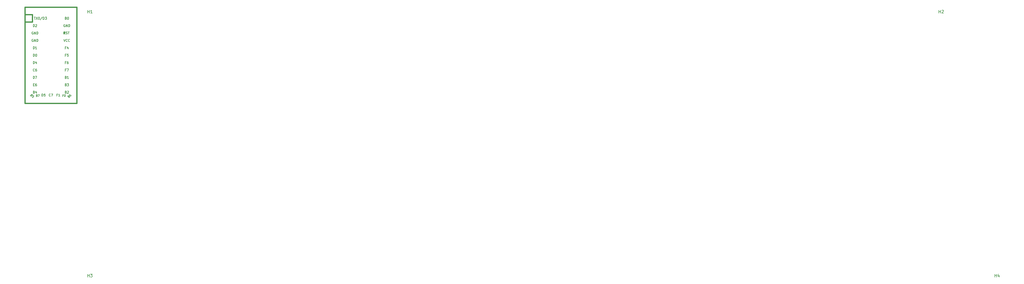
<source format=gto>
G04 #@! TF.GenerationSoftware,KiCad,Pcbnew,(5.1.9)-1*
G04 #@! TF.CreationDate,2021-03-26T16:48:03+01:00*
G04 #@! TF.ProjectId,rabbitholev1,72616262-6974-4686-9f6c-6576312e6b69,rev?*
G04 #@! TF.SameCoordinates,Original*
G04 #@! TF.FileFunction,Legend,Top*
G04 #@! TF.FilePolarity,Positive*
%FSLAX46Y46*%
G04 Gerber Fmt 4.6, Leading zero omitted, Abs format (unit mm)*
G04 Created by KiCad (PCBNEW (5.1.9)-1) date 2021-03-26 16:48:03*
%MOMM*%
%LPD*%
G01*
G04 APERTURE LIST*
%ADD10C,0.381000*%
%ADD11C,0.150000*%
G04 APERTURE END LIST*
D10*
G04 #@! TO.C,U1*
X-26085800Y-127624840D02*
X-26085800Y-158104840D01*
X-26085800Y-158104840D02*
X-8305800Y-158104840D01*
X-8305800Y-158104840D02*
X-8305800Y-127624840D01*
X-23545800Y-127624840D02*
X-23545800Y-130164840D01*
X-23545800Y-130164840D02*
X-26085800Y-130164840D01*
D11*
G36*
X-12264232Y-133504200D02*
G01*
X-12264232Y-133804200D01*
X-12364232Y-133804200D01*
X-12364232Y-133504200D01*
X-12264232Y-133504200D01*
G37*
X-12264232Y-133504200D02*
X-12264232Y-133804200D01*
X-12364232Y-133804200D01*
X-12364232Y-133504200D01*
X-12264232Y-133504200D01*
G36*
X-12464232Y-133904200D02*
G01*
X-12464232Y-134004200D01*
X-12564232Y-134004200D01*
X-12564232Y-133904200D01*
X-12464232Y-133904200D01*
G37*
X-12464232Y-133904200D02*
X-12464232Y-134004200D01*
X-12564232Y-134004200D01*
X-12564232Y-133904200D01*
X-12464232Y-133904200D01*
G36*
X-12264232Y-133504200D02*
G01*
X-12264232Y-133604200D01*
X-12764232Y-133604200D01*
X-12764232Y-133504200D01*
X-12264232Y-133504200D01*
G37*
X-12264232Y-133504200D02*
X-12264232Y-133604200D01*
X-12764232Y-133604200D01*
X-12764232Y-133504200D01*
X-12264232Y-133504200D01*
G36*
X-12664232Y-133504200D02*
G01*
X-12664232Y-134304200D01*
X-12764232Y-134304200D01*
X-12764232Y-133504200D01*
X-12664232Y-133504200D01*
G37*
X-12664232Y-133504200D02*
X-12664232Y-134304200D01*
X-12764232Y-134304200D01*
X-12764232Y-133504200D01*
X-12664232Y-133504200D01*
G36*
X-12264232Y-134104200D02*
G01*
X-12264232Y-134304200D01*
X-12364232Y-134304200D01*
X-12364232Y-134104200D01*
X-12264232Y-134104200D01*
G37*
X-12264232Y-134104200D02*
X-12264232Y-134304200D01*
X-12364232Y-134304200D01*
X-12364232Y-134104200D01*
X-12264232Y-134104200D01*
D10*
X-8305800Y-127624840D02*
X-8305800Y-125084840D01*
X-8305800Y-125084840D02*
X-26085800Y-125084840D01*
X-26085800Y-125084840D02*
X-26085800Y-127624840D01*
X-23545800Y-127624840D02*
X-26085800Y-127624840D01*
G04 #@! TO.C,H4*
D11*
X306552695Y-217744980D02*
X306552695Y-216744980D01*
X306552695Y-217221171D02*
X307124123Y-217221171D01*
X307124123Y-217744980D02*
X307124123Y-216744980D01*
X308028885Y-217078314D02*
X308028885Y-217744980D01*
X307790790Y-216697361D02*
X307552695Y-217411647D01*
X308171742Y-217411647D01*
G04 #@! TO.C,H3*
X-4571904Y-217744980D02*
X-4571904Y-216744980D01*
X-4571904Y-217221171D02*
X-4000476Y-217221171D01*
X-4000476Y-217744980D02*
X-4000476Y-216744980D01*
X-3619523Y-216744980D02*
X-3000476Y-216744980D01*
X-3333809Y-217125933D01*
X-3190952Y-217125933D01*
X-3095714Y-217173552D01*
X-3048095Y-217221171D01*
X-3000476Y-217316409D01*
X-3000476Y-217554504D01*
X-3048095Y-217649742D01*
X-3095714Y-217697361D01*
X-3190952Y-217744980D01*
X-3476666Y-217744980D01*
X-3571904Y-217697361D01*
X-3619523Y-217649742D01*
G04 #@! TO.C,H2*
X287375695Y-127092380D02*
X287375695Y-126092380D01*
X287375695Y-126568571D02*
X287947123Y-126568571D01*
X287947123Y-127092380D02*
X287947123Y-126092380D01*
X288375695Y-126187619D02*
X288423314Y-126140000D01*
X288518552Y-126092380D01*
X288756647Y-126092380D01*
X288851885Y-126140000D01*
X288899504Y-126187619D01*
X288947123Y-126282857D01*
X288947123Y-126378095D01*
X288899504Y-126520952D01*
X288328076Y-127092380D01*
X288947123Y-127092380D01*
G04 #@! TO.C,H1*
X-4571904Y-127092380D02*
X-4571904Y-126092380D01*
X-4571904Y-126568571D02*
X-4000476Y-126568571D01*
X-4000476Y-127092380D02*
X-4000476Y-126092380D01*
X-3000476Y-127092380D02*
X-3571904Y-127092380D01*
X-3286190Y-127092380D02*
X-3286190Y-126092380D01*
X-3381428Y-126235238D01*
X-3476666Y-126330476D01*
X-3571904Y-126378095D01*
G04 #@! TO.C,U1*
X-20326276Y-155626744D02*
X-20326276Y-154826744D01*
X-20135800Y-154826744D01*
X-20021514Y-154864840D01*
X-19945323Y-154941030D01*
X-19907228Y-155017220D01*
X-19869133Y-155169601D01*
X-19869133Y-155283887D01*
X-19907228Y-155436268D01*
X-19945323Y-155512459D01*
X-20021514Y-155588649D01*
X-20135800Y-155626744D01*
X-20326276Y-155626744D01*
X-19145323Y-154826744D02*
X-19526276Y-154826744D01*
X-19564371Y-155207697D01*
X-19526276Y-155169601D01*
X-19450085Y-155131506D01*
X-19259609Y-155131506D01*
X-19183419Y-155169601D01*
X-19145323Y-155207697D01*
X-19107228Y-155283887D01*
X-19107228Y-155474363D01*
X-19145323Y-155550554D01*
X-19183419Y-155588649D01*
X-19259609Y-155626744D01*
X-19450085Y-155626744D01*
X-19526276Y-155588649D01*
X-19564371Y-155550554D01*
X-14922466Y-155207697D02*
X-15189133Y-155207697D01*
X-15189133Y-155626744D02*
X-15189133Y-154826744D01*
X-14808180Y-154826744D01*
X-14084371Y-155626744D02*
X-14541514Y-155626744D01*
X-14312942Y-155626744D02*
X-14312942Y-154826744D01*
X-14389133Y-154941030D01*
X-14465323Y-155017220D01*
X-14541514Y-155055316D01*
X-17329133Y-155550554D02*
X-17367228Y-155588649D01*
X-17481514Y-155626744D01*
X-17557704Y-155626744D01*
X-17671990Y-155588649D01*
X-17748180Y-155512459D01*
X-17786276Y-155436268D01*
X-17824371Y-155283887D01*
X-17824371Y-155169601D01*
X-17786276Y-155017220D01*
X-17748180Y-154941030D01*
X-17671990Y-154864840D01*
X-17557704Y-154826744D01*
X-17481514Y-154826744D01*
X-17367228Y-154864840D01*
X-17329133Y-154902935D01*
X-17062466Y-154826744D02*
X-16529133Y-154826744D01*
X-16871990Y-155626744D01*
X-11031502Y-155729831D02*
X-10937221Y-155682691D01*
X-10890080Y-155682691D01*
X-10819370Y-155706261D01*
X-10748659Y-155776972D01*
X-10725089Y-155847682D01*
X-10725089Y-155894823D01*
X-10748659Y-155965533D01*
X-10937221Y-156154095D01*
X-11432196Y-155659120D01*
X-11267204Y-155494129D01*
X-11196493Y-155470559D01*
X-11149353Y-155470559D01*
X-11078642Y-155494129D01*
X-11031502Y-155541269D01*
X-11007932Y-155611980D01*
X-11007932Y-155659120D01*
X-11031502Y-155729831D01*
X-11196493Y-155894823D01*
X-10725089Y-154952014D02*
X-10819370Y-155046295D01*
X-10842940Y-155117005D01*
X-10842940Y-155164146D01*
X-10819370Y-155281997D01*
X-10748659Y-155399848D01*
X-10560097Y-155588410D01*
X-10489387Y-155611980D01*
X-10442246Y-155611980D01*
X-10371535Y-155588410D01*
X-10277255Y-155494129D01*
X-10253684Y-155423418D01*
X-10253684Y-155376278D01*
X-10277255Y-155305567D01*
X-10395106Y-155187716D01*
X-10465816Y-155164146D01*
X-10512957Y-155164146D01*
X-10583667Y-155187716D01*
X-10677948Y-155281997D01*
X-10701519Y-155352707D01*
X-10701519Y-155399848D01*
X-10677948Y-155470559D01*
X-12929133Y-155414840D02*
X-13162466Y-155414840D01*
X-13162466Y-155781506D02*
X-13162466Y-155081506D01*
X-12829133Y-155081506D01*
X-12429133Y-155081506D02*
X-12362466Y-155081506D01*
X-12295800Y-155114840D01*
X-12262466Y-155148173D01*
X-12229133Y-155214840D01*
X-12195800Y-155348173D01*
X-12195800Y-155514840D01*
X-12229133Y-155648173D01*
X-12262466Y-155714840D01*
X-12295800Y-155748173D01*
X-12362466Y-155781506D01*
X-12429133Y-155781506D01*
X-12495800Y-155748173D01*
X-12529133Y-155714840D01*
X-12562466Y-155648173D01*
X-12595800Y-155514840D01*
X-12595800Y-155348173D01*
X-12562466Y-155214840D01*
X-12529133Y-155148173D01*
X-12495800Y-155114840D01*
X-12429133Y-155081506D01*
X-21979133Y-155414840D02*
X-21879133Y-155448173D01*
X-21845800Y-155481506D01*
X-21812466Y-155548173D01*
X-21812466Y-155648173D01*
X-21845800Y-155714840D01*
X-21879133Y-155748173D01*
X-21945800Y-155781506D01*
X-22212466Y-155781506D01*
X-22212466Y-155081506D01*
X-21979133Y-155081506D01*
X-21912466Y-155114840D01*
X-21879133Y-155148173D01*
X-21845800Y-155214840D01*
X-21845800Y-155281506D01*
X-21879133Y-155348173D01*
X-21912466Y-155381506D01*
X-21979133Y-155414840D01*
X-22212466Y-155414840D01*
X-21579133Y-155081506D02*
X-21112466Y-155081506D01*
X-21412466Y-155781506D01*
X-22958148Y-128456744D02*
X-22501005Y-128456744D01*
X-22729576Y-129256744D02*
X-22729576Y-128456744D01*
X-22310529Y-128456744D02*
X-21777195Y-129256744D01*
X-21777195Y-128456744D02*
X-22310529Y-129256744D01*
X-21320052Y-128456744D02*
X-21243862Y-128456744D01*
X-21167672Y-128494840D01*
X-21129576Y-128532935D01*
X-21091481Y-128609125D01*
X-21053386Y-128761506D01*
X-21053386Y-128951982D01*
X-21091481Y-129104363D01*
X-21129576Y-129180554D01*
X-21167672Y-129218649D01*
X-21243862Y-129256744D01*
X-21320052Y-129256744D01*
X-21396243Y-129218649D01*
X-21434338Y-129180554D01*
X-21472433Y-129104363D01*
X-21510529Y-128951982D01*
X-21510529Y-128761506D01*
X-21472433Y-128609125D01*
X-21434338Y-128532935D01*
X-21396243Y-128494840D01*
X-21320052Y-128456744D01*
X-20139100Y-128418649D02*
X-20824814Y-129447220D01*
X-19872433Y-129256744D02*
X-19872433Y-128456744D01*
X-19681957Y-128456744D01*
X-19567672Y-128494840D01*
X-19491481Y-128571030D01*
X-19453386Y-128647220D01*
X-19415291Y-128799601D01*
X-19415291Y-128913887D01*
X-19453386Y-129066268D01*
X-19491481Y-129142459D01*
X-19567672Y-129218649D01*
X-19681957Y-129256744D01*
X-19872433Y-129256744D01*
X-19148624Y-128456744D02*
X-18653386Y-128456744D01*
X-18920052Y-128761506D01*
X-18805767Y-128761506D01*
X-18729576Y-128799601D01*
X-18691481Y-128837697D01*
X-18653386Y-128913887D01*
X-18653386Y-129104363D01*
X-18691481Y-129180554D01*
X-18729576Y-129218649D01*
X-18805767Y-129256744D01*
X-19034338Y-129256744D01*
X-19110529Y-129218649D01*
X-19148624Y-129180554D01*
X-23247276Y-131796744D02*
X-23247276Y-130996744D01*
X-23056800Y-130996744D01*
X-22942514Y-131034840D01*
X-22866323Y-131111030D01*
X-22828228Y-131187220D01*
X-22790133Y-131339601D01*
X-22790133Y-131453887D01*
X-22828228Y-131606268D01*
X-22866323Y-131682459D01*
X-22942514Y-131758649D01*
X-23056800Y-131796744D01*
X-23247276Y-131796744D01*
X-22485371Y-131072935D02*
X-22447276Y-131034840D01*
X-22371085Y-130996744D01*
X-22180609Y-130996744D01*
X-22104419Y-131034840D01*
X-22066323Y-131072935D01*
X-22028228Y-131149125D01*
X-22028228Y-131225316D01*
X-22066323Y-131339601D01*
X-22523466Y-131796744D01*
X-22028228Y-131796744D01*
X-23247276Y-141956744D02*
X-23247276Y-141156744D01*
X-23056800Y-141156744D01*
X-22942514Y-141194840D01*
X-22866323Y-141271030D01*
X-22828228Y-141347220D01*
X-22790133Y-141499601D01*
X-22790133Y-141613887D01*
X-22828228Y-141766268D01*
X-22866323Y-141842459D01*
X-22942514Y-141918649D01*
X-23056800Y-141956744D01*
X-23247276Y-141956744D01*
X-22294895Y-141156744D02*
X-22218704Y-141156744D01*
X-22142514Y-141194840D01*
X-22104419Y-141232935D01*
X-22066323Y-141309125D01*
X-22028228Y-141461506D01*
X-22028228Y-141651982D01*
X-22066323Y-141804363D01*
X-22104419Y-141880554D01*
X-22142514Y-141918649D01*
X-22218704Y-141956744D01*
X-22294895Y-141956744D01*
X-22371085Y-141918649D01*
X-22409180Y-141880554D01*
X-22447276Y-141804363D01*
X-22485371Y-141651982D01*
X-22485371Y-141461506D01*
X-22447276Y-141309125D01*
X-22409180Y-141232935D01*
X-22371085Y-141194840D01*
X-22294895Y-141156744D01*
X-23247276Y-139416744D02*
X-23247276Y-138616744D01*
X-23056800Y-138616744D01*
X-22942514Y-138654840D01*
X-22866323Y-138731030D01*
X-22828228Y-138807220D01*
X-22790133Y-138959601D01*
X-22790133Y-139073887D01*
X-22828228Y-139226268D01*
X-22866323Y-139302459D01*
X-22942514Y-139378649D01*
X-23056800Y-139416744D01*
X-23247276Y-139416744D01*
X-22028228Y-139416744D02*
X-22485371Y-139416744D01*
X-22256800Y-139416744D02*
X-22256800Y-138616744D01*
X-22332990Y-138731030D01*
X-22409180Y-138807220D01*
X-22485371Y-138845316D01*
X-23266323Y-136114840D02*
X-23342514Y-136076744D01*
X-23456800Y-136076744D01*
X-23571085Y-136114840D01*
X-23647276Y-136191030D01*
X-23685371Y-136267220D01*
X-23723466Y-136419601D01*
X-23723466Y-136533887D01*
X-23685371Y-136686268D01*
X-23647276Y-136762459D01*
X-23571085Y-136838649D01*
X-23456800Y-136876744D01*
X-23380609Y-136876744D01*
X-23266323Y-136838649D01*
X-23228228Y-136800554D01*
X-23228228Y-136533887D01*
X-23380609Y-136533887D01*
X-22885371Y-136876744D02*
X-22885371Y-136076744D01*
X-22428228Y-136876744D01*
X-22428228Y-136076744D01*
X-22047276Y-136876744D02*
X-22047276Y-136076744D01*
X-21856800Y-136076744D01*
X-21742514Y-136114840D01*
X-21666323Y-136191030D01*
X-21628228Y-136267220D01*
X-21590133Y-136419601D01*
X-21590133Y-136533887D01*
X-21628228Y-136686268D01*
X-21666323Y-136762459D01*
X-21742514Y-136838649D01*
X-21856800Y-136876744D01*
X-22047276Y-136876744D01*
X-23266323Y-133574840D02*
X-23342514Y-133536744D01*
X-23456800Y-133536744D01*
X-23571085Y-133574840D01*
X-23647276Y-133651030D01*
X-23685371Y-133727220D01*
X-23723466Y-133879601D01*
X-23723466Y-133993887D01*
X-23685371Y-134146268D01*
X-23647276Y-134222459D01*
X-23571085Y-134298649D01*
X-23456800Y-134336744D01*
X-23380609Y-134336744D01*
X-23266323Y-134298649D01*
X-23228228Y-134260554D01*
X-23228228Y-133993887D01*
X-23380609Y-133993887D01*
X-22885371Y-134336744D02*
X-22885371Y-133536744D01*
X-22428228Y-134336744D01*
X-22428228Y-133536744D01*
X-22047276Y-134336744D02*
X-22047276Y-133536744D01*
X-21856800Y-133536744D01*
X-21742514Y-133574840D01*
X-21666323Y-133651030D01*
X-21628228Y-133727220D01*
X-21590133Y-133879601D01*
X-21590133Y-133993887D01*
X-21628228Y-134146268D01*
X-21666323Y-134222459D01*
X-21742514Y-134298649D01*
X-21856800Y-134336744D01*
X-22047276Y-134336744D01*
X-23247276Y-144496744D02*
X-23247276Y-143696744D01*
X-23056800Y-143696744D01*
X-22942514Y-143734840D01*
X-22866323Y-143811030D01*
X-22828228Y-143887220D01*
X-22790133Y-144039601D01*
X-22790133Y-144153887D01*
X-22828228Y-144306268D01*
X-22866323Y-144382459D01*
X-22942514Y-144458649D01*
X-23056800Y-144496744D01*
X-23247276Y-144496744D01*
X-22104419Y-143963411D02*
X-22104419Y-144496744D01*
X-22294895Y-143658649D02*
X-22485371Y-144230078D01*
X-21990133Y-144230078D01*
X-22790133Y-146960554D02*
X-22828228Y-146998649D01*
X-22942514Y-147036744D01*
X-23018704Y-147036744D01*
X-23132990Y-146998649D01*
X-23209180Y-146922459D01*
X-23247276Y-146846268D01*
X-23285371Y-146693887D01*
X-23285371Y-146579601D01*
X-23247276Y-146427220D01*
X-23209180Y-146351030D01*
X-23132990Y-146274840D01*
X-23018704Y-146236744D01*
X-22942514Y-146236744D01*
X-22828228Y-146274840D01*
X-22790133Y-146312935D01*
X-22104419Y-146236744D02*
X-22256800Y-146236744D01*
X-22332990Y-146274840D01*
X-22371085Y-146312935D01*
X-22447276Y-146427220D01*
X-22485371Y-146579601D01*
X-22485371Y-146884363D01*
X-22447276Y-146960554D01*
X-22409180Y-146998649D01*
X-22332990Y-147036744D01*
X-22180609Y-147036744D01*
X-22104419Y-146998649D01*
X-22066323Y-146960554D01*
X-22028228Y-146884363D01*
X-22028228Y-146693887D01*
X-22066323Y-146617697D01*
X-22104419Y-146579601D01*
X-22180609Y-146541506D01*
X-22332990Y-146541506D01*
X-22409180Y-146579601D01*
X-22447276Y-146617697D01*
X-22485371Y-146693887D01*
X-23247276Y-149576744D02*
X-23247276Y-148776744D01*
X-23056800Y-148776744D01*
X-22942514Y-148814840D01*
X-22866323Y-148891030D01*
X-22828228Y-148967220D01*
X-22790133Y-149119601D01*
X-22790133Y-149233887D01*
X-22828228Y-149386268D01*
X-22866323Y-149462459D01*
X-22942514Y-149538649D01*
X-23056800Y-149576744D01*
X-23247276Y-149576744D01*
X-22523466Y-148776744D02*
X-21990133Y-148776744D01*
X-22332990Y-149576744D01*
X-23209180Y-151697697D02*
X-22942514Y-151697697D01*
X-22828228Y-152116744D02*
X-23209180Y-152116744D01*
X-23209180Y-151316744D01*
X-22828228Y-151316744D01*
X-22142514Y-151316744D02*
X-22294895Y-151316744D01*
X-22371085Y-151354840D01*
X-22409180Y-151392935D01*
X-22485371Y-151507220D01*
X-22523466Y-151659601D01*
X-22523466Y-151964363D01*
X-22485371Y-152040554D01*
X-22447276Y-152078649D01*
X-22371085Y-152116744D01*
X-22218704Y-152116744D01*
X-22142514Y-152078649D01*
X-22104419Y-152040554D01*
X-22066323Y-151964363D01*
X-22066323Y-151773887D01*
X-22104419Y-151697697D01*
X-22142514Y-151659601D01*
X-22218704Y-151621506D01*
X-22371085Y-151621506D01*
X-22447276Y-151659601D01*
X-22485371Y-151697697D01*
X-22523466Y-151773887D01*
X-22980609Y-154237697D02*
X-22866323Y-154275792D01*
X-22828228Y-154313887D01*
X-22790133Y-154390078D01*
X-22790133Y-154504363D01*
X-22828228Y-154580554D01*
X-22866323Y-154618649D01*
X-22942514Y-154656744D01*
X-23247276Y-154656744D01*
X-23247276Y-153856744D01*
X-22980609Y-153856744D01*
X-22904419Y-153894840D01*
X-22866323Y-153932935D01*
X-22828228Y-154009125D01*
X-22828228Y-154085316D01*
X-22866323Y-154161506D01*
X-22904419Y-154199601D01*
X-22980609Y-154237697D01*
X-23247276Y-154237697D01*
X-22104419Y-154123411D02*
X-22104419Y-154656744D01*
X-22294895Y-153818649D02*
X-22485371Y-154390078D01*
X-21990133Y-154390078D01*
X-23760791Y-155329137D02*
X-23713651Y-155423418D01*
X-23713651Y-155470559D01*
X-23737221Y-155541269D01*
X-23807932Y-155611980D01*
X-23878642Y-155635550D01*
X-23925783Y-155635550D01*
X-23996493Y-155611980D01*
X-24185055Y-155423418D01*
X-23690080Y-154928443D01*
X-23525089Y-155093435D01*
X-23501519Y-155164146D01*
X-23501519Y-155211286D01*
X-23525089Y-155281997D01*
X-23572229Y-155329137D01*
X-23642940Y-155352707D01*
X-23690080Y-155352707D01*
X-23760791Y-155329137D01*
X-23925783Y-155164146D01*
X-22959403Y-155659120D02*
X-23195106Y-155423418D01*
X-23454378Y-155635550D01*
X-23407238Y-155635550D01*
X-23336527Y-155659120D01*
X-23218676Y-155776972D01*
X-23195106Y-155847682D01*
X-23195106Y-155894823D01*
X-23218676Y-155965533D01*
X-23336527Y-156083384D01*
X-23407238Y-156106955D01*
X-23454378Y-156106955D01*
X-23525089Y-156083384D01*
X-23642940Y-155965533D01*
X-23666510Y-155894823D01*
X-23666510Y-155847682D01*
X-12058609Y-151697697D02*
X-11944323Y-151735792D01*
X-11906228Y-151773887D01*
X-11868133Y-151850078D01*
X-11868133Y-151964363D01*
X-11906228Y-152040554D01*
X-11944323Y-152078649D01*
X-12020514Y-152116744D01*
X-12325276Y-152116744D01*
X-12325276Y-151316744D01*
X-12058609Y-151316744D01*
X-11982419Y-151354840D01*
X-11944323Y-151392935D01*
X-11906228Y-151469125D01*
X-11906228Y-151545316D01*
X-11944323Y-151621506D01*
X-11982419Y-151659601D01*
X-12058609Y-151697697D01*
X-12325276Y-151697697D01*
X-11601466Y-151316744D02*
X-11106228Y-151316744D01*
X-11372895Y-151621506D01*
X-11258609Y-151621506D01*
X-11182419Y-151659601D01*
X-11144323Y-151697697D01*
X-11106228Y-151773887D01*
X-11106228Y-151964363D01*
X-11144323Y-152040554D01*
X-11182419Y-152078649D01*
X-11258609Y-152116744D01*
X-11487180Y-152116744D01*
X-11563371Y-152078649D01*
X-11601466Y-152040554D01*
X-12058609Y-149157697D02*
X-11944323Y-149195792D01*
X-11906228Y-149233887D01*
X-11868133Y-149310078D01*
X-11868133Y-149424363D01*
X-11906228Y-149500554D01*
X-11944323Y-149538649D01*
X-12020514Y-149576744D01*
X-12325276Y-149576744D01*
X-12325276Y-148776744D01*
X-12058609Y-148776744D01*
X-11982419Y-148814840D01*
X-11944323Y-148852935D01*
X-11906228Y-148929125D01*
X-11906228Y-149005316D01*
X-11944323Y-149081506D01*
X-11982419Y-149119601D01*
X-12058609Y-149157697D01*
X-12325276Y-149157697D01*
X-11106228Y-149576744D02*
X-11563371Y-149576744D01*
X-11334800Y-149576744D02*
X-11334800Y-148776744D01*
X-11410990Y-148891030D01*
X-11487180Y-148967220D01*
X-11563371Y-149005316D01*
X-12001466Y-138997697D02*
X-12268133Y-138997697D01*
X-12268133Y-139416744D02*
X-12268133Y-138616744D01*
X-11887180Y-138616744D01*
X-11239561Y-138883411D02*
X-11239561Y-139416744D01*
X-11430038Y-138578649D02*
X-11620514Y-139150078D01*
X-11125276Y-139150078D01*
X-12801466Y-136076744D02*
X-12534800Y-136876744D01*
X-12268133Y-136076744D01*
X-11544323Y-136800554D02*
X-11582419Y-136838649D01*
X-11696704Y-136876744D01*
X-11772895Y-136876744D01*
X-11887180Y-136838649D01*
X-11963371Y-136762459D01*
X-12001466Y-136686268D01*
X-12039561Y-136533887D01*
X-12039561Y-136419601D01*
X-12001466Y-136267220D01*
X-11963371Y-136191030D01*
X-11887180Y-136114840D01*
X-11772895Y-136076744D01*
X-11696704Y-136076744D01*
X-11582419Y-136114840D01*
X-11544323Y-136152935D01*
X-10744323Y-136800554D02*
X-10782419Y-136838649D01*
X-10896704Y-136876744D01*
X-10972895Y-136876744D01*
X-11087180Y-136838649D01*
X-11163371Y-136762459D01*
X-11201466Y-136686268D01*
X-11239561Y-136533887D01*
X-11239561Y-136419601D01*
X-11201466Y-136267220D01*
X-11163371Y-136191030D01*
X-11087180Y-136114840D01*
X-10972895Y-136076744D01*
X-10896704Y-136076744D01*
X-10782419Y-136114840D01*
X-10744323Y-136152935D01*
X-11996013Y-134268649D02*
X-11881727Y-134306744D01*
X-11691251Y-134306744D01*
X-11615060Y-134268649D01*
X-11576965Y-134230554D01*
X-11538870Y-134154363D01*
X-11538870Y-134078173D01*
X-11576965Y-134001982D01*
X-11615060Y-133963887D01*
X-11691251Y-133925792D01*
X-11843632Y-133887697D01*
X-11919822Y-133849601D01*
X-11957918Y-133811506D01*
X-11996013Y-133735316D01*
X-11996013Y-133659125D01*
X-11957918Y-133582935D01*
X-11919822Y-133544840D01*
X-11843632Y-133506744D01*
X-11653156Y-133506744D01*
X-11538870Y-133544840D01*
X-11310299Y-133506744D02*
X-10853156Y-133506744D01*
X-11081727Y-134306744D02*
X-11081727Y-133506744D01*
X-12344323Y-131034840D02*
X-12420514Y-130996744D01*
X-12534800Y-130996744D01*
X-12649085Y-131034840D01*
X-12725276Y-131111030D01*
X-12763371Y-131187220D01*
X-12801466Y-131339601D01*
X-12801466Y-131453887D01*
X-12763371Y-131606268D01*
X-12725276Y-131682459D01*
X-12649085Y-131758649D01*
X-12534800Y-131796744D01*
X-12458609Y-131796744D01*
X-12344323Y-131758649D01*
X-12306228Y-131720554D01*
X-12306228Y-131453887D01*
X-12458609Y-131453887D01*
X-11963371Y-131796744D02*
X-11963371Y-130996744D01*
X-11506228Y-131796744D01*
X-11506228Y-130996744D01*
X-11125276Y-131796744D02*
X-11125276Y-130996744D01*
X-10934800Y-130996744D01*
X-10820514Y-131034840D01*
X-10744323Y-131111030D01*
X-10706228Y-131187220D01*
X-10668133Y-131339601D01*
X-10668133Y-131453887D01*
X-10706228Y-131606268D01*
X-10744323Y-131682459D01*
X-10820514Y-131758649D01*
X-10934800Y-131796744D01*
X-11125276Y-131796744D01*
X-12058609Y-128837697D02*
X-11944323Y-128875792D01*
X-11906228Y-128913887D01*
X-11868133Y-128990078D01*
X-11868133Y-129104363D01*
X-11906228Y-129180554D01*
X-11944323Y-129218649D01*
X-12020514Y-129256744D01*
X-12325276Y-129256744D01*
X-12325276Y-128456744D01*
X-12058609Y-128456744D01*
X-11982419Y-128494840D01*
X-11944323Y-128532935D01*
X-11906228Y-128609125D01*
X-11906228Y-128685316D01*
X-11944323Y-128761506D01*
X-11982419Y-128799601D01*
X-12058609Y-128837697D01*
X-12325276Y-128837697D01*
X-11372895Y-128456744D02*
X-11296704Y-128456744D01*
X-11220514Y-128494840D01*
X-11182419Y-128532935D01*
X-11144323Y-128609125D01*
X-11106228Y-128761506D01*
X-11106228Y-128951982D01*
X-11144323Y-129104363D01*
X-11182419Y-129180554D01*
X-11220514Y-129218649D01*
X-11296704Y-129256744D01*
X-11372895Y-129256744D01*
X-11449085Y-129218649D01*
X-11487180Y-129180554D01*
X-11525276Y-129104363D01*
X-11563371Y-128951982D01*
X-11563371Y-128761506D01*
X-11525276Y-128609125D01*
X-11487180Y-128532935D01*
X-11449085Y-128494840D01*
X-11372895Y-128456744D01*
X-12001466Y-141537697D02*
X-12268133Y-141537697D01*
X-12268133Y-141956744D02*
X-12268133Y-141156744D01*
X-11887180Y-141156744D01*
X-11201466Y-141156744D02*
X-11582419Y-141156744D01*
X-11620514Y-141537697D01*
X-11582419Y-141499601D01*
X-11506228Y-141461506D01*
X-11315752Y-141461506D01*
X-11239561Y-141499601D01*
X-11201466Y-141537697D01*
X-11163371Y-141613887D01*
X-11163371Y-141804363D01*
X-11201466Y-141880554D01*
X-11239561Y-141918649D01*
X-11315752Y-141956744D01*
X-11506228Y-141956744D01*
X-11582419Y-141918649D01*
X-11620514Y-141880554D01*
X-12001466Y-144077697D02*
X-12268133Y-144077697D01*
X-12268133Y-144496744D02*
X-12268133Y-143696744D01*
X-11887180Y-143696744D01*
X-11239561Y-143696744D02*
X-11391942Y-143696744D01*
X-11468133Y-143734840D01*
X-11506228Y-143772935D01*
X-11582419Y-143887220D01*
X-11620514Y-144039601D01*
X-11620514Y-144344363D01*
X-11582419Y-144420554D01*
X-11544323Y-144458649D01*
X-11468133Y-144496744D01*
X-11315752Y-144496744D01*
X-11239561Y-144458649D01*
X-11201466Y-144420554D01*
X-11163371Y-144344363D01*
X-11163371Y-144153887D01*
X-11201466Y-144077697D01*
X-11239561Y-144039601D01*
X-11315752Y-144001506D01*
X-11468133Y-144001506D01*
X-11544323Y-144039601D01*
X-11582419Y-144077697D01*
X-11620514Y-144153887D01*
X-12001466Y-146617697D02*
X-12268133Y-146617697D01*
X-12268133Y-147036744D02*
X-12268133Y-146236744D01*
X-11887180Y-146236744D01*
X-11658609Y-146236744D02*
X-11125276Y-146236744D01*
X-11468133Y-147036744D01*
X-12058609Y-154237697D02*
X-11944323Y-154275792D01*
X-11906228Y-154313887D01*
X-11868133Y-154390078D01*
X-11868133Y-154504363D01*
X-11906228Y-154580554D01*
X-11944323Y-154618649D01*
X-12020514Y-154656744D01*
X-12325276Y-154656744D01*
X-12325276Y-153856744D01*
X-12058609Y-153856744D01*
X-11982419Y-153894840D01*
X-11944323Y-153932935D01*
X-11906228Y-154009125D01*
X-11906228Y-154085316D01*
X-11944323Y-154161506D01*
X-11982419Y-154199601D01*
X-12058609Y-154237697D01*
X-12325276Y-154237697D01*
X-11563371Y-153932935D02*
X-11525276Y-153894840D01*
X-11449085Y-153856744D01*
X-11258609Y-153856744D01*
X-11182419Y-153894840D01*
X-11144323Y-153932935D01*
X-11106228Y-154009125D01*
X-11106228Y-154085316D01*
X-11144323Y-154199601D01*
X-11601466Y-154656744D01*
X-11106228Y-154656744D01*
G04 #@! TD*
M02*

</source>
